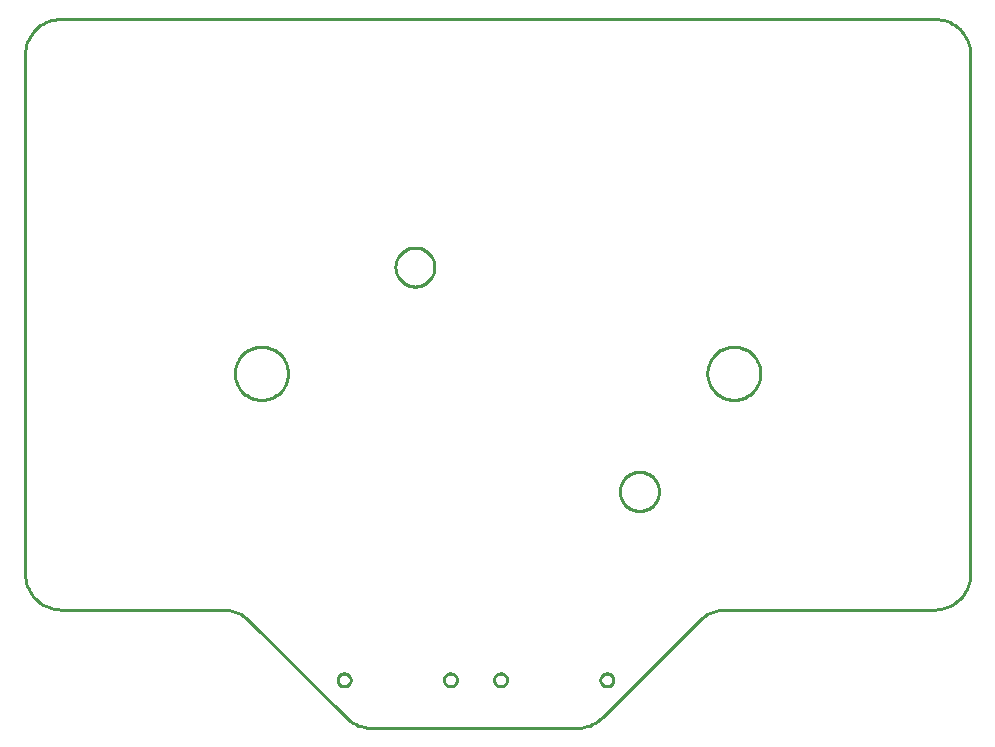
<source format=gbr>
G04 EAGLE Gerber RS-274X export*
G75*
%MOMM*%
%FSLAX34Y34*%
%LPD*%
%IN*%
%IPPOS*%
%AMOC8*
5,1,8,0,0,1.08239X$1,22.5*%
G01*
%ADD10C,0.254000*%


D10*
X0Y30000D02*
X114Y27385D01*
X456Y24791D01*
X1022Y22235D01*
X1809Y19739D01*
X2811Y17321D01*
X4019Y15000D01*
X5425Y12793D01*
X7019Y10716D01*
X8787Y8787D01*
X10716Y7019D01*
X12793Y5425D01*
X15000Y4019D01*
X17321Y2811D01*
X19739Y1809D01*
X22235Y1022D01*
X24791Y456D01*
X27385Y114D01*
X30000Y0D01*
X167574Y0D01*
X170188Y-114D01*
X172783Y-456D01*
X175338Y-1022D01*
X177834Y-1809D01*
X180252Y-2811D01*
X182574Y-4019D01*
X184781Y-5425D01*
X186857Y-7019D01*
X188787Y-8787D01*
X271213Y-91213D01*
X273143Y-92981D01*
X275219Y-94575D01*
X277426Y-95981D01*
X279748Y-97189D01*
X282166Y-98191D01*
X284662Y-98978D01*
X287217Y-99544D01*
X289812Y-99886D01*
X292426Y-100000D01*
X467574Y-100000D01*
X470188Y-99886D01*
X472783Y-99544D01*
X475338Y-98978D01*
X477834Y-98191D01*
X480252Y-97189D01*
X482574Y-95981D01*
X484781Y-94575D01*
X486857Y-92981D01*
X488787Y-91213D01*
X571213Y-8787D01*
X573143Y-7019D01*
X575219Y-5425D01*
X577426Y-4019D01*
X579748Y-2811D01*
X582166Y-1809D01*
X584662Y-1022D01*
X587217Y-456D01*
X589812Y-114D01*
X592426Y0D01*
X770000Y0D01*
X772615Y114D01*
X775209Y456D01*
X777765Y1022D01*
X780261Y1809D01*
X782679Y2811D01*
X785000Y4019D01*
X787207Y5425D01*
X789284Y7019D01*
X791213Y8787D01*
X792981Y10716D01*
X794575Y12793D01*
X795981Y15000D01*
X797189Y17321D01*
X798191Y19739D01*
X798978Y22235D01*
X799544Y24791D01*
X799886Y27385D01*
X800000Y30000D01*
X800000Y470000D01*
X799886Y472615D01*
X799544Y475209D01*
X798978Y477765D01*
X798191Y480261D01*
X797189Y482679D01*
X795981Y485000D01*
X794575Y487207D01*
X792981Y489284D01*
X791213Y491213D01*
X789284Y492981D01*
X787207Y494575D01*
X785000Y495981D01*
X782679Y497189D01*
X780261Y498191D01*
X777765Y498978D01*
X775209Y499544D01*
X772615Y499886D01*
X770000Y500000D01*
X30000Y500000D01*
X27385Y499886D01*
X24791Y499544D01*
X22235Y498978D01*
X19739Y498191D01*
X17321Y497189D01*
X15000Y495981D01*
X12793Y494575D01*
X10716Y492981D01*
X8787Y491213D01*
X7019Y489284D01*
X5425Y487207D01*
X4019Y485000D01*
X2811Y482679D01*
X1809Y480261D01*
X1022Y477765D01*
X456Y475209D01*
X114Y472615D01*
X0Y470000D01*
X0Y30000D01*
X222500Y199369D02*
X222429Y198108D01*
X222288Y196853D01*
X222076Y195609D01*
X221795Y194378D01*
X221446Y193165D01*
X221029Y191973D01*
X220546Y190806D01*
X219998Y189669D01*
X219387Y188564D01*
X218715Y187495D01*
X217985Y186465D01*
X217198Y185478D01*
X216356Y184537D01*
X215464Y183644D01*
X214522Y182802D01*
X213535Y182015D01*
X212505Y181285D01*
X211436Y180613D01*
X210331Y180002D01*
X209194Y179454D01*
X208027Y178971D01*
X206835Y178554D01*
X205622Y178205D01*
X204391Y177924D01*
X203147Y177712D01*
X201892Y177571D01*
X200631Y177500D01*
X199369Y177500D01*
X198108Y177571D01*
X196853Y177712D01*
X195609Y177924D01*
X194378Y178205D01*
X193165Y178554D01*
X191973Y178971D01*
X190806Y179454D01*
X189669Y180002D01*
X188564Y180613D01*
X187495Y181285D01*
X186465Y182015D01*
X185478Y182802D01*
X184537Y183644D01*
X183644Y184537D01*
X182802Y185478D01*
X182015Y186465D01*
X181285Y187495D01*
X180613Y188564D01*
X180002Y189669D01*
X179454Y190806D01*
X178971Y191973D01*
X178554Y193165D01*
X178205Y194378D01*
X177924Y195609D01*
X177712Y196853D01*
X177571Y198108D01*
X177500Y199369D01*
X177500Y200631D01*
X177571Y201892D01*
X177712Y203147D01*
X177924Y204391D01*
X178205Y205622D01*
X178554Y206835D01*
X178971Y208027D01*
X179454Y209194D01*
X180002Y210331D01*
X180613Y211436D01*
X181285Y212505D01*
X182015Y213535D01*
X182802Y214522D01*
X183644Y215464D01*
X184537Y216356D01*
X185478Y217198D01*
X186465Y217985D01*
X187495Y218715D01*
X188564Y219387D01*
X189669Y219998D01*
X190806Y220546D01*
X191973Y221029D01*
X193165Y221446D01*
X194378Y221795D01*
X195609Y222076D01*
X196853Y222288D01*
X198108Y222429D01*
X199369Y222500D01*
X200631Y222500D01*
X201892Y222429D01*
X203147Y222288D01*
X204391Y222076D01*
X205622Y221795D01*
X206835Y221446D01*
X208027Y221029D01*
X209194Y220546D01*
X210331Y219998D01*
X211436Y219387D01*
X212505Y218715D01*
X213535Y217985D01*
X214522Y217198D01*
X215464Y216356D01*
X216356Y215464D01*
X217198Y214522D01*
X217985Y213535D01*
X218715Y212505D01*
X219387Y211436D01*
X219998Y210331D01*
X220546Y209194D01*
X221029Y208027D01*
X221446Y206835D01*
X221795Y205622D01*
X222076Y204391D01*
X222288Y203147D01*
X222429Y201892D01*
X222500Y200631D01*
X222500Y199369D01*
X622500Y199369D02*
X622429Y198108D01*
X622288Y196853D01*
X622076Y195609D01*
X621795Y194378D01*
X621446Y193165D01*
X621029Y191973D01*
X620546Y190806D01*
X619998Y189669D01*
X619387Y188564D01*
X618715Y187495D01*
X617985Y186465D01*
X617198Y185478D01*
X616356Y184537D01*
X615464Y183644D01*
X614522Y182802D01*
X613535Y182015D01*
X612505Y181285D01*
X611436Y180613D01*
X610331Y180002D01*
X609194Y179454D01*
X608027Y178971D01*
X606835Y178554D01*
X605622Y178205D01*
X604391Y177924D01*
X603147Y177712D01*
X601892Y177571D01*
X600631Y177500D01*
X599369Y177500D01*
X598108Y177571D01*
X596853Y177712D01*
X595609Y177924D01*
X594378Y178205D01*
X593165Y178554D01*
X591973Y178971D01*
X590806Y179454D01*
X589669Y180002D01*
X588564Y180613D01*
X587495Y181285D01*
X586465Y182015D01*
X585478Y182802D01*
X584537Y183644D01*
X583644Y184537D01*
X582802Y185478D01*
X582015Y186465D01*
X581285Y187495D01*
X580613Y188564D01*
X580002Y189669D01*
X579454Y190806D01*
X578971Y191973D01*
X578554Y193165D01*
X578205Y194378D01*
X577924Y195609D01*
X577712Y196853D01*
X577571Y198108D01*
X577500Y199369D01*
X577500Y200631D01*
X577571Y201892D01*
X577712Y203147D01*
X577924Y204391D01*
X578205Y205622D01*
X578554Y206835D01*
X578971Y208027D01*
X579454Y209194D01*
X580002Y210331D01*
X580613Y211436D01*
X581285Y212505D01*
X582015Y213535D01*
X582802Y214522D01*
X583644Y215464D01*
X584537Y216356D01*
X585478Y217198D01*
X586465Y217985D01*
X587495Y218715D01*
X588564Y219387D01*
X589669Y219998D01*
X590806Y220546D01*
X591973Y221029D01*
X593165Y221446D01*
X594378Y221795D01*
X595609Y222076D01*
X596853Y222288D01*
X598108Y222429D01*
X599369Y222500D01*
X600631Y222500D01*
X601892Y222429D01*
X603147Y222288D01*
X604391Y222076D01*
X605622Y221795D01*
X606835Y221446D01*
X608027Y221029D01*
X609194Y220546D01*
X610331Y219998D01*
X611436Y219387D01*
X612505Y218715D01*
X613535Y217985D01*
X614522Y217198D01*
X615464Y216356D01*
X616356Y215464D01*
X617198Y214522D01*
X617985Y213535D01*
X618715Y212505D01*
X619387Y211436D01*
X619998Y210331D01*
X620546Y209194D01*
X621029Y208027D01*
X621446Y206835D01*
X621795Y205622D01*
X622076Y204391D01*
X622288Y203147D01*
X622429Y201892D01*
X622500Y200631D01*
X622500Y199369D01*
X346500Y289460D02*
X346429Y288382D01*
X346288Y287311D01*
X346078Y286251D01*
X345798Y285208D01*
X345451Y284185D01*
X345037Y283187D01*
X344560Y282218D01*
X344019Y281282D01*
X343419Y280384D01*
X342762Y279527D01*
X342049Y278715D01*
X341285Y277951D01*
X340473Y277239D01*
X339616Y276581D01*
X338718Y275981D01*
X337782Y275441D01*
X336813Y274963D01*
X335815Y274549D01*
X334792Y274202D01*
X333749Y273922D01*
X332689Y273712D01*
X331618Y273571D01*
X330540Y273500D01*
X329460Y273500D01*
X328382Y273571D01*
X327311Y273712D01*
X326251Y273922D01*
X325208Y274202D01*
X324185Y274549D01*
X323187Y274963D01*
X322218Y275441D01*
X321282Y275981D01*
X320384Y276581D01*
X319527Y277239D01*
X318715Y277951D01*
X317951Y278715D01*
X317239Y279527D01*
X316581Y280384D01*
X315981Y281282D01*
X315441Y282218D01*
X314963Y283187D01*
X314549Y284185D01*
X314202Y285208D01*
X313922Y286251D01*
X313712Y287311D01*
X313571Y288382D01*
X313500Y289460D01*
X313500Y290540D01*
X313571Y291618D01*
X313712Y292689D01*
X313922Y293749D01*
X314202Y294792D01*
X314549Y295815D01*
X314963Y296813D01*
X315441Y297782D01*
X315981Y298718D01*
X316581Y299616D01*
X317239Y300473D01*
X317951Y301285D01*
X318715Y302049D01*
X319527Y302762D01*
X320384Y303419D01*
X321282Y304019D01*
X322218Y304560D01*
X323187Y305037D01*
X324185Y305451D01*
X325208Y305798D01*
X326251Y306078D01*
X327311Y306288D01*
X328382Y306429D01*
X329460Y306500D01*
X330540Y306500D01*
X331618Y306429D01*
X332689Y306288D01*
X333749Y306078D01*
X334792Y305798D01*
X335815Y305451D01*
X336813Y305037D01*
X337782Y304560D01*
X338718Y304019D01*
X339616Y303419D01*
X340473Y302762D01*
X341285Y302049D01*
X342049Y301285D01*
X342762Y300473D01*
X343419Y299616D01*
X344019Y298718D01*
X344560Y297782D01*
X345037Y296813D01*
X345451Y295815D01*
X345798Y294792D01*
X346078Y293749D01*
X346288Y292689D01*
X346429Y291618D01*
X346500Y290540D01*
X346500Y289460D01*
X536500Y99460D02*
X536429Y98382D01*
X536288Y97311D01*
X536078Y96251D01*
X535798Y95208D01*
X535451Y94185D01*
X535037Y93187D01*
X534560Y92218D01*
X534019Y91282D01*
X533419Y90384D01*
X532762Y89527D01*
X532049Y88715D01*
X531285Y87951D01*
X530473Y87239D01*
X529616Y86581D01*
X528718Y85981D01*
X527782Y85441D01*
X526813Y84963D01*
X525815Y84549D01*
X524792Y84202D01*
X523749Y83922D01*
X522689Y83712D01*
X521618Y83571D01*
X520540Y83500D01*
X519460Y83500D01*
X518382Y83571D01*
X517311Y83712D01*
X516251Y83922D01*
X515208Y84202D01*
X514185Y84549D01*
X513187Y84963D01*
X512218Y85441D01*
X511282Y85981D01*
X510384Y86581D01*
X509527Y87239D01*
X508715Y87951D01*
X507951Y88715D01*
X507239Y89527D01*
X506581Y90384D01*
X505981Y91282D01*
X505441Y92218D01*
X504963Y93187D01*
X504549Y94185D01*
X504202Y95208D01*
X503922Y96251D01*
X503712Y97311D01*
X503571Y98382D01*
X503500Y99460D01*
X503500Y100540D01*
X503571Y101618D01*
X503712Y102689D01*
X503922Y103749D01*
X504202Y104792D01*
X504549Y105815D01*
X504963Y106813D01*
X505441Y107782D01*
X505981Y108718D01*
X506581Y109616D01*
X507239Y110473D01*
X507951Y111285D01*
X508715Y112049D01*
X509527Y112762D01*
X510384Y113419D01*
X511282Y114019D01*
X512218Y114560D01*
X513187Y115037D01*
X514185Y115451D01*
X515208Y115798D01*
X516251Y116078D01*
X517311Y116288D01*
X518382Y116429D01*
X519460Y116500D01*
X520540Y116500D01*
X521618Y116429D01*
X522689Y116288D01*
X523749Y116078D01*
X524792Y115798D01*
X525815Y115451D01*
X526813Y115037D01*
X527782Y114560D01*
X528718Y114019D01*
X529616Y113419D01*
X530473Y112762D01*
X531285Y112049D01*
X532049Y111285D01*
X532762Y110473D01*
X533419Y109616D01*
X534019Y108718D01*
X534560Y107782D01*
X535037Y106813D01*
X535451Y105815D01*
X535798Y104792D01*
X536078Y103749D01*
X536288Y102689D01*
X536429Y101618D01*
X536500Y100540D01*
X536500Y99460D01*
X275500Y-59291D02*
X275431Y-58677D01*
X275293Y-58075D01*
X275089Y-57492D01*
X274821Y-56935D01*
X274493Y-56412D01*
X274108Y-55929D01*
X273671Y-55493D01*
X273188Y-55107D01*
X272665Y-54779D01*
X272108Y-54511D01*
X271525Y-54307D01*
X270923Y-54169D01*
X270309Y-54100D01*
X269691Y-54100D01*
X269077Y-54169D01*
X268475Y-54307D01*
X267892Y-54511D01*
X267335Y-54779D01*
X266812Y-55107D01*
X266329Y-55493D01*
X265893Y-55929D01*
X265507Y-56412D01*
X265179Y-56935D01*
X264911Y-57492D01*
X264707Y-58075D01*
X264569Y-58677D01*
X264500Y-59291D01*
X264500Y-59909D01*
X264569Y-60523D01*
X264707Y-61125D01*
X264911Y-61708D01*
X265179Y-62265D01*
X265507Y-62788D01*
X265893Y-63271D01*
X266329Y-63708D01*
X266812Y-64093D01*
X267335Y-64421D01*
X267892Y-64689D01*
X268475Y-64893D01*
X269077Y-65031D01*
X269691Y-65100D01*
X270309Y-65100D01*
X270923Y-65031D01*
X271525Y-64893D01*
X272108Y-64689D01*
X272665Y-64421D01*
X273188Y-64093D01*
X273671Y-63708D01*
X274108Y-63271D01*
X274493Y-62788D01*
X274821Y-62265D01*
X275089Y-61708D01*
X275293Y-61125D01*
X275431Y-60523D01*
X275500Y-59909D01*
X275500Y-59291D01*
X365500Y-59291D02*
X365431Y-58677D01*
X365293Y-58075D01*
X365089Y-57492D01*
X364821Y-56935D01*
X364493Y-56412D01*
X364108Y-55929D01*
X363671Y-55493D01*
X363188Y-55107D01*
X362665Y-54779D01*
X362108Y-54511D01*
X361525Y-54307D01*
X360923Y-54169D01*
X360309Y-54100D01*
X359691Y-54100D01*
X359077Y-54169D01*
X358475Y-54307D01*
X357892Y-54511D01*
X357335Y-54779D01*
X356812Y-55107D01*
X356329Y-55493D01*
X355893Y-55929D01*
X355507Y-56412D01*
X355179Y-56935D01*
X354911Y-57492D01*
X354707Y-58075D01*
X354569Y-58677D01*
X354500Y-59291D01*
X354500Y-59909D01*
X354569Y-60523D01*
X354707Y-61125D01*
X354911Y-61708D01*
X355179Y-62265D01*
X355507Y-62788D01*
X355893Y-63271D01*
X356329Y-63708D01*
X356812Y-64093D01*
X357335Y-64421D01*
X357892Y-64689D01*
X358475Y-64893D01*
X359077Y-65031D01*
X359691Y-65100D01*
X360309Y-65100D01*
X360923Y-65031D01*
X361525Y-64893D01*
X362108Y-64689D01*
X362665Y-64421D01*
X363188Y-64093D01*
X363671Y-63708D01*
X364108Y-63271D01*
X364493Y-62788D01*
X364821Y-62265D01*
X365089Y-61708D01*
X365293Y-61125D01*
X365431Y-60523D01*
X365500Y-59909D01*
X365500Y-59291D01*
X408000Y-59291D02*
X407931Y-58677D01*
X407793Y-58075D01*
X407589Y-57492D01*
X407321Y-56935D01*
X406993Y-56412D01*
X406608Y-55929D01*
X406171Y-55493D01*
X405688Y-55107D01*
X405165Y-54779D01*
X404608Y-54511D01*
X404025Y-54307D01*
X403423Y-54169D01*
X402809Y-54100D01*
X402191Y-54100D01*
X401577Y-54169D01*
X400975Y-54307D01*
X400392Y-54511D01*
X399835Y-54779D01*
X399312Y-55107D01*
X398829Y-55493D01*
X398393Y-55929D01*
X398007Y-56412D01*
X397679Y-56935D01*
X397411Y-57492D01*
X397207Y-58075D01*
X397069Y-58677D01*
X397000Y-59291D01*
X397000Y-59909D01*
X397069Y-60523D01*
X397207Y-61125D01*
X397411Y-61708D01*
X397679Y-62265D01*
X398007Y-62788D01*
X398393Y-63271D01*
X398829Y-63708D01*
X399312Y-64093D01*
X399835Y-64421D01*
X400392Y-64689D01*
X400975Y-64893D01*
X401577Y-65031D01*
X402191Y-65100D01*
X402809Y-65100D01*
X403423Y-65031D01*
X404025Y-64893D01*
X404608Y-64689D01*
X405165Y-64421D01*
X405688Y-64093D01*
X406171Y-63708D01*
X406608Y-63271D01*
X406993Y-62788D01*
X407321Y-62265D01*
X407589Y-61708D01*
X407793Y-61125D01*
X407931Y-60523D01*
X408000Y-59909D01*
X408000Y-59291D01*
X498000Y-59291D02*
X497931Y-58677D01*
X497793Y-58075D01*
X497589Y-57492D01*
X497321Y-56935D01*
X496993Y-56412D01*
X496608Y-55929D01*
X496171Y-55493D01*
X495688Y-55107D01*
X495165Y-54779D01*
X494608Y-54511D01*
X494025Y-54307D01*
X493423Y-54169D01*
X492809Y-54100D01*
X492191Y-54100D01*
X491577Y-54169D01*
X490975Y-54307D01*
X490392Y-54511D01*
X489835Y-54779D01*
X489312Y-55107D01*
X488829Y-55493D01*
X488393Y-55929D01*
X488007Y-56412D01*
X487679Y-56935D01*
X487411Y-57492D01*
X487207Y-58075D01*
X487069Y-58677D01*
X487000Y-59291D01*
X487000Y-59909D01*
X487069Y-60523D01*
X487207Y-61125D01*
X487411Y-61708D01*
X487679Y-62265D01*
X488007Y-62788D01*
X488393Y-63271D01*
X488829Y-63708D01*
X489312Y-64093D01*
X489835Y-64421D01*
X490392Y-64689D01*
X490975Y-64893D01*
X491577Y-65031D01*
X492191Y-65100D01*
X492809Y-65100D01*
X493423Y-65031D01*
X494025Y-64893D01*
X494608Y-64689D01*
X495165Y-64421D01*
X495688Y-64093D01*
X496171Y-63708D01*
X496608Y-63271D01*
X496993Y-62788D01*
X497321Y-62265D01*
X497589Y-61708D01*
X497793Y-61125D01*
X497931Y-60523D01*
X498000Y-59909D01*
X498000Y-59291D01*
M02*

</source>
